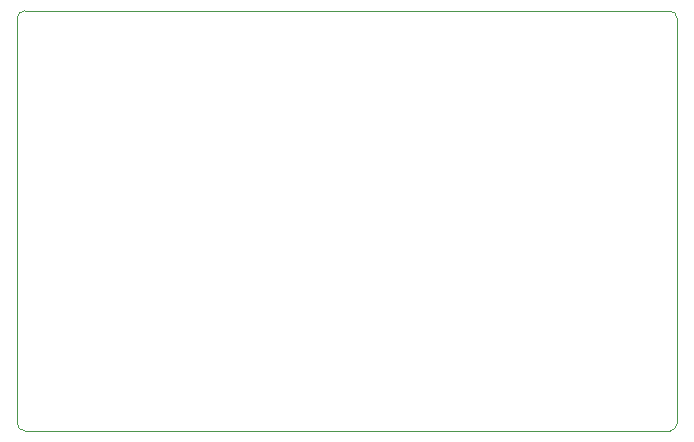
<source format=gbr>
%TF.GenerationSoftware,KiCad,Pcbnew,(6.0.5)*%
%TF.CreationDate,2023-06-19T13:08:36+02:00*%
%TF.ProjectId,PCB_Hoja,5043425f-486f-46a6-912e-6b696361645f,rev?*%
%TF.SameCoordinates,Original*%
%TF.FileFunction,Profile,NP*%
%FSLAX46Y46*%
G04 Gerber Fmt 4.6, Leading zero omitted, Abs format (unit mm)*
G04 Created by KiCad (PCBNEW (6.0.5)) date 2023-06-19 13:08:36*
%MOMM*%
%LPD*%
G01*
G04 APERTURE LIST*
%TA.AperFunction,Profile*%
%ADD10C,0.100000*%
%TD*%
G04 APERTURE END LIST*
D10*
X106045000Y-70485000D02*
G75*
G03*
X105410000Y-71120000I0J-635000D01*
G01*
X106045000Y-106045000D02*
X160655000Y-106045000D01*
X161290000Y-71120000D02*
G75*
G03*
X160655000Y-70485000I-635000J0D01*
G01*
X106045000Y-70485000D02*
X160655000Y-70485000D01*
X161290000Y-105410000D02*
X161290000Y-71120000D01*
X160655000Y-106045000D02*
G75*
G03*
X161290000Y-105410000I0J635000D01*
G01*
X105410000Y-105410000D02*
G75*
G03*
X106045000Y-106045000I635000J0D01*
G01*
X105410000Y-71120000D02*
X105410000Y-105410000D01*
M02*

</source>
